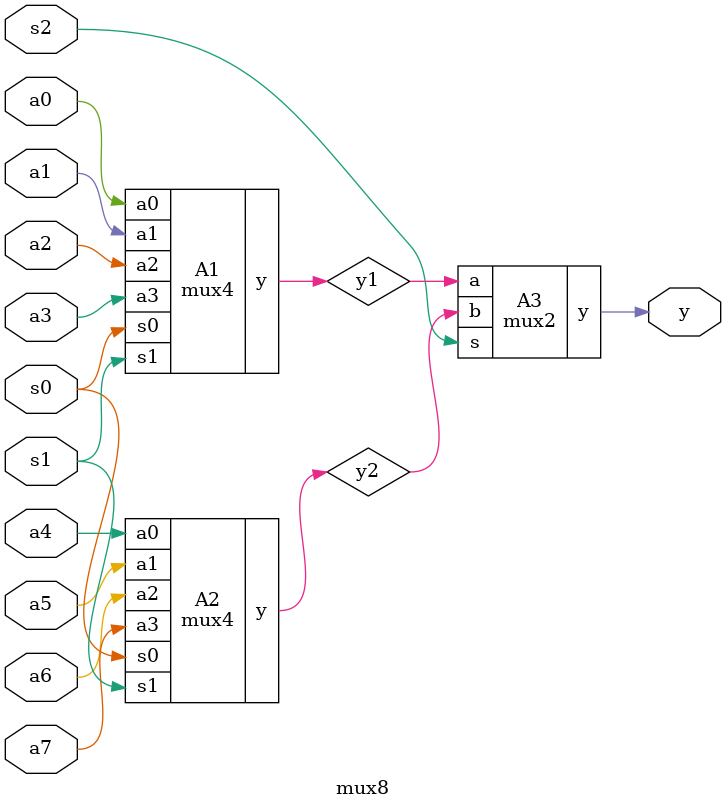
<source format=v>
module mux2(a, b, s, y);
    input a, b, s;
    output y;
    wire y1, y2;
    and A1(y1, a, ~s);
    and A2(y2, b, s);
    //as'+bs
    or A3(y, y1, y2);
endmodule
module mux4(a0, a1, a2, a3, s0, s1, y);
    input a0, a1, a2, a3, s0, s1;
    output y;
    wire y1, y2;
    mux2 A1(a0, a1, s0, y1);
    mux2 A2(a2, a3, s0, y2);
    mux2 A3(y1, y2, s1, y);

endmodule
module mux8(a0, a1, a2, a3, a4, a5, a6, a7, s0, s1, s2, y);
    input a0, a1, a2, a3, a4, a5, a6, a7, s0, s1, s2;
    output y;
    wire y1, y2;
    mux4 A1(a0, a1, a2, a3, s0, s1, y1);
    mux4 A2(a4, a5, a6, a7, s0, s1, y2);
    mux2 A3(y1, y2, s2, y);
endmodule
</source>
